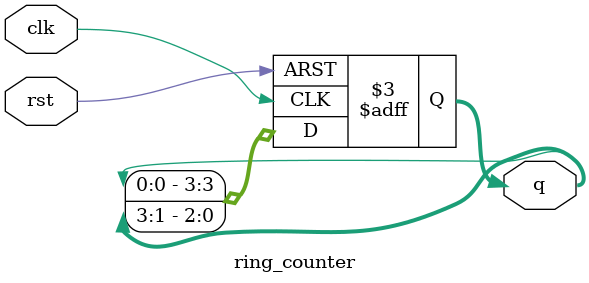
<source format=v>
module ring_counter #(parameter N = 4) (
	input clk, rst,
	output reg [N-1:0] q
);
// Initail value: set the most significant bit to 1
initial begin
	q <= 1'b1 << (N-1);
end

// shirt register logic
always @(posedge clk or posedge rst) begin 
	if(rst) begin
		// reset the counter to initial state
		q <= 1'b1 << (N-1);
	end else begin
		// Shirt all bít one positon to the right
		q <= {q[0], q[N-1:1]};
	end
end

endmodule
</source>
